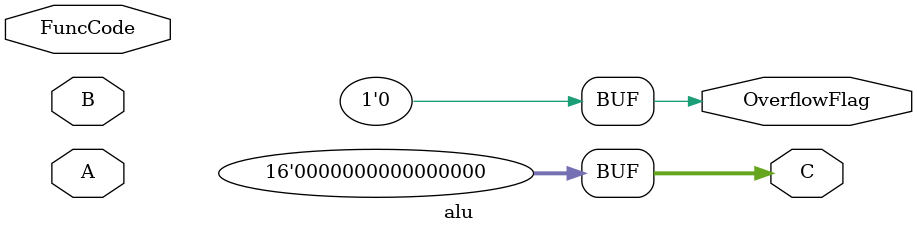
<source format=v>
`include "alu_func.v"

module alu #(parameter data_width = 16) (
	input [data_width - 1 : 0] A, 
	input [data_width - 1 : 0] B, 
	input [3 : 0] FuncCode,
       	output reg [data_width - 1: 0] C,
       	output reg OverflowFlag);
// Do not use delay in your implementation.

// You can declare any variables as needed.
/*
	YOUR VARIABLE DECLARATION...
*/

initial begin
	C = 0;
	OverflowFlag = 0;
end   	

// TODO: You should implement the functionality of ALU!
// (HINT: Use 'always @(...) begin ... end')
/*
	YOUR ALU FUNCTIONALITY IMPLEMENTATION...
*/


endmodule


</source>
